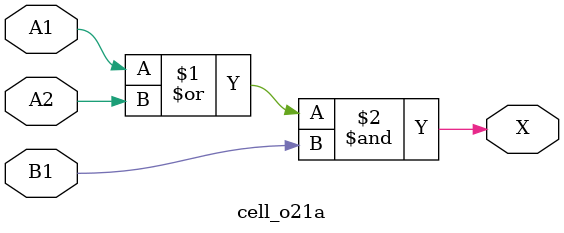
<source format=v>
`timescale 1ps/1ps
module cell_o21a
(
    input wire A1,
    input wire A2,
    input wire B1,
    output wire X
);
    assign X = ((A1 | A2) & B1);
endmodule

</source>
